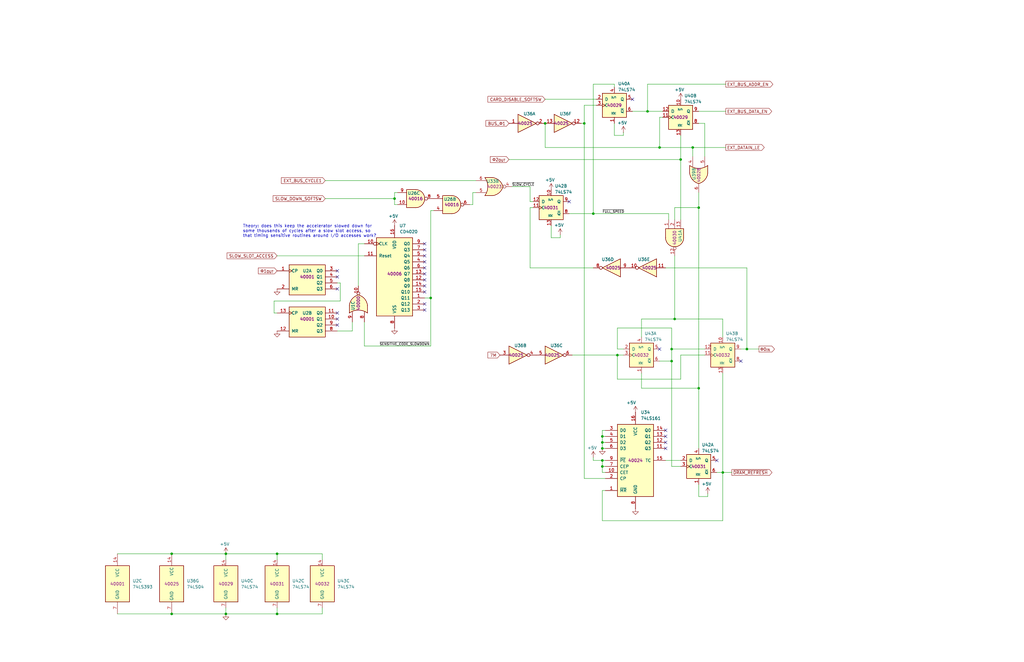
<source format=kicad_sch>
(kicad_sch (version 20231120) (generator "eeschema") (generator_version "8.0")
  (paper "USLedger")
  (title_block (title "Saturn Systems Accelerator II") (date "2025-03-04") (comment 2 "captured by Mark Aikens") (comment 3 "by Saturn Systems") (comment 4 "Accelerator card for Apple II/II+ computers"))
  (lib_symbols
    (symbol "4xxx:4020" (pin_names (offset 1.016))
      (property "Reference" "U" (at -7.62 16.51 0))
      (property "Value" "4020" (at -7.62 -19.05 0))
      (symbol "4020_1_0"
        (pin output line (at 12.7 -10.16 180) (length 5.08) (name "Q11") (number "1"))
        (pin input inverted_clock (at -12.7 12.7 0) (length 5.08) (name "CLK") (number "10"))
        (pin input line (at -12.7 7.62 0) (length 5.08) (name "Reset") (number "11"))
        (pin output line (at 12.7 -2.54 180) (length 5.08) (name "Q8") (number "12"))
        (pin output line (at 12.7 0 180) (length 5.08) (name "Q7") (number "13"))
        (pin output line (at 12.7 -5.08 180) (length 5.08) (name "Q9") (number "14"))
        (pin output line (at 12.7 -7.62 180) (length 5.08) (name "Q10") (number "15"))
        (pin power_in line (at 0 20.32 270) (length 5.08) (name "VDD") (number "16"))
        (pin output line (at 12.7 -12.7 180) (length 5.08) (name "Q12") (number "2"))
        (pin output line (at 12.7 -15.24 180) (length 5.08) (name "Q13") (number "3"))
        (pin output line (at 12.7 5.08 180) (length 5.08) (name "Q5") (number "4"))
        (pin output line (at 12.7 7.62 180) (length 5.08) (name "Q4") (number "5"))
        (pin output line (at 12.7 2.54 180) (length 5.08) (name "Q6") (number "6"))
        (pin output line (at 12.7 10.16 180) (length 5.08) (name "Q3") (number "7"))
        (pin power_in line (at 0 -22.86 90) (length 5.08) (name "VSS") (number "8"))
        (pin output line (at 12.7 12.7 180) (length 5.08) (name "Q0") (number "9"))
      )
    )
    (symbol "74xx:74LS00" (pin_names (offset 1.016))
      (property "Reference" "U" (at 0 1.27 0))
      (property "Value" "74LS00" (at 0 -1.27 0))
      (symbol "74LS00_1_1"
        (pin input line (at -7.62 2.54 0) (length 3.81) (name "~") (number "1"))
        (pin input line (at -7.62 -2.54 0) (length 3.81) (name "~") (number "2"))
        (pin output inverted (at 7.62 0 180) (length 3.81) (name "~") (number "3"))
      )
      (symbol "74LS00_1_2"
        (pin input inverted (at -7.62 2.54 0) (length 4.318) (name "~") (number "1"))
        (pin input inverted (at -7.62 -2.54 0) (length 4.318) (name "~") (number "2"))
        (pin output line (at 7.62 0 180) (length 3.81) (name "~") (number "3"))
      )
      (symbol "74LS00_2_1"
        (pin input line (at -7.62 2.54 0) (length 3.81) (name "~") (number "4"))
        (pin input line (at -7.62 -2.54 0) (length 3.81) (name "~") (number "5"))
        (pin output inverted (at 7.62 0 180) (length 3.81) (name "~") (number "6"))
      )
      (symbol "74LS00_2_2"
        (pin input inverted (at -7.62 2.54 0) (length 4.318) (name "~") (number "4"))
        (pin input inverted (at -7.62 -2.54 0) (length 4.318) (name "~") (number "5"))
        (pin output line (at 7.62 0 180) (length 3.81) (name "~") (number "6"))
      )
      (symbol "74LS00_3_1"
        (pin input line (at -7.62 -2.54 0) (length 3.81) (name "~") (number "10"))
        (pin output inverted (at 7.62 0 180) (length 3.81) (name "~") (number "8"))
        (pin input line (at -7.62 2.54 0) (length 3.81) (name "~") (number "9"))
      )
      (symbol "74LS00_3_2"
        (pin input inverted (at -7.62 -2.54 0) (length 4.318) (name "~") (number "10"))
        (pin output line (at 7.62 0 180) (length 3.81) (name "~") (number "8"))
        (pin input inverted (at -7.62 2.54 0) (length 4.318) (name "~") (number "9"))
      )
      (symbol "74LS00_4_1"
        (pin output inverted (at 7.62 0 180) (length 3.81) (name "~") (number "11"))
        (pin input line (at -7.62 2.54 0) (length 3.81) (name "~") (number "12"))
        (pin input line (at -7.62 -2.54 0) (length 3.81) (name "~") (number "13"))
      )
      (symbol "74LS00_4_2"
        (pin output line (at 7.62 0 180) (length 3.81) (name "~") (number "11"))
        (pin input inverted (at -7.62 2.54 0) (length 4.318) (name "~") (number "12"))
        (pin input inverted (at -7.62 -2.54 0) (length 4.318) (name "~") (number "13"))
      )
      (symbol "74LS00_5_0"
        (pin power_in line (at 0 12.7 270) (length 5.08) (name "VCC") (number "14"))
        (pin power_in line (at 0 -12.7 90) (length 5.08) (name "GND") (number "7"))
      )
    )
    (symbol "74xx:74LS02" (pin_names (offset 1.016))
      (property "Reference" "U" (at 0 1.27 0))
      (property "Value" "74LS02" (at 0 -1.27 0))
      (symbol "74LS02_1_1"
        (pin output inverted (at 7.62 0 180) (length 3.81) (name "~") (number "1"))
        (pin input line (at -7.62 2.54 0) (length 4.318) (name "~") (number "2"))
        (pin input line (at -7.62 -2.54 0) (length 4.318) (name "~") (number "3"))
      )
      (symbol "74LS02_1_2"
        (pin output line (at 7.62 0 180) (length 3.81) (name "~") (number "1"))
        (pin input inverted (at -7.62 2.54 0) (length 3.81) (name "~") (number "2"))
        (pin input inverted (at -7.62 -2.54 0) (length 3.81) (name "~") (number "3"))
      )
      (symbol "74LS02_2_1"
        (pin output inverted (at 7.62 0 180) (length 3.81) (name "~") (number "4"))
        (pin input line (at -7.62 2.54 0) (length 4.318) (name "~") (number "5"))
        (pin input line (at -7.62 -2.54 0) (length 4.318) (name "~") (number "6"))
      )
      (symbol "74LS02_2_2"
        (pin output line (at 7.62 0 180) (length 3.81) (name "~") (number "4"))
        (pin input inverted (at -7.62 2.54 0) (length 3.81) (name "~") (number "5"))
        (pin input inverted (at -7.62 -2.54 0) (length 3.81) (name "~") (number "6"))
      )
      (symbol "74LS02_3_1"
        (pin output inverted (at 7.62 0 180) (length 3.81) (name "~") (number "10"))
        (pin input line (at -7.62 2.54 0) (length 4.318) (name "~") (number "8"))
        (pin input line (at -7.62 -2.54 0) (length 4.318) (name "~") (number "9"))
      )
      (symbol "74LS02_3_2"
        (pin output line (at 7.62 0 180) (length 3.81) (name "~") (number "10"))
        (pin input inverted (at -7.62 2.54 0) (length 3.81) (name "~") (number "8"))
        (pin input inverted (at -7.62 -2.54 0) (length 3.81) (name "~") (number "9"))
      )
      (symbol "74LS02_4_1"
        (pin input line (at -7.62 2.54 0) (length 4.318) (name "~") (number "11"))
        (pin input line (at -7.62 -2.54 0) (length 4.318) (name "~") (number "12"))
        (pin output inverted (at 7.62 0 180) (length 3.81) (name "~") (number "13"))
      )
      (symbol "74LS02_4_2"
        (pin input inverted (at -7.62 2.54 0) (length 3.81) (name "~") (number "11"))
        (pin input inverted (at -7.62 -2.54 0) (length 3.81) (name "~") (number "12"))
        (pin output line (at 7.62 0 180) (length 3.81) (name "~") (number "13"))
      )
      (symbol "74LS02_5_0"
        (pin power_in line (at 0 12.7 270) (length 5.08) (name "VCC") (number "14"))
        (pin power_in line (at 0 -12.7 90) (length 5.08) (name "GND") (number "7"))
      )
    )
    (symbol "74xx:74LS04"
      (property "Reference" "U" (at 0 1.27 0))
      (property "Value" "74LS04" (at 0 -1.27 0))
      (symbol "74LS04_1_0"
        (pin input line (at -7.62 0 0) (length 3.81) (name "~") (number "1"))
        (pin output inverted (at 7.62 0 180) (length 3.81) (name "~") (number "2"))
      )
      (symbol "74LS04_2_0"
        (pin input line (at -7.62 0 0) (length 3.81) (name "~") (number "3"))
        (pin output inverted (at 7.62 0 180) (length 3.81) (name "~") (number "4"))
      )
      (symbol "74LS04_3_0"
        (pin input line (at -7.62 0 0) (length 3.81) (name "~") (number "5"))
        (pin output inverted (at 7.62 0 180) (length 3.81) (name "~") (number "6"))
      )
      (symbol "74LS04_4_0"
        (pin output inverted (at 7.62 0 180) (length 3.81) (name "~") (number "8"))
        (pin input line (at -7.62 0 0) (length 3.81) (name "~") (number "9"))
      )
      (symbol "74LS04_5_0"
        (pin output inverted (at 7.62 0 180) (length 3.81) (name "~") (number "10"))
        (pin input line (at -7.62 0 0) (length 3.81) (name "~") (number "11"))
      )
      (symbol "74LS04_6_0"
        (pin output inverted (at 7.62 0 180) (length 3.81) (name "~") (number "12"))
        (pin input line (at -7.62 0 0) (length 3.81) (name "~") (number "13"))
      )
      (symbol "74LS04_7_0"
        (pin power_in line (at 0 12.7 270) (length 5.08) (name "VCC") (number "14"))
        (pin power_in line (at 0 -12.7 90) (length 5.08) (name "GND") (number "7"))
      )
    )
    (symbol "74xx:74LS10" (pin_names (offset 1.016))
      (property "Reference" "U" (at 0 1.27 0))
      (property "Value" "74LS10" (at 0 -1.27 0))
      (symbol "74LS10_1_1"
        (pin input line (at -7.62 2.54 0) (length 3.81) (name "~") (number "1"))
        (pin output inverted (at 7.62 0 180) (length 3.81) (name "~") (number "12"))
        (pin input line (at -7.62 -2.54 0) (length 3.81) (name "~") (number "13"))
        (pin input line (at -7.62 0 0) (length 3.81) (name "~") (number "2"))
      )
      (symbol "74LS10_1_2"
        (pin input inverted (at -7.62 2.54 0) (length 4.318) (name "~") (number "1"))
        (pin output line (at 7.62 0 180) (length 3.81) (name "~") (number "12"))
        (pin input inverted (at -7.62 -2.54 0) (length 4.318) (name "~") (number "13"))
        (pin input inverted (at -7.62 0 0) (length 4.953) (name "~") (number "2"))
      )
      (symbol "74LS10_2_1"
        (pin input line (at -7.62 2.54 0) (length 3.81) (name "~") (number "3"))
        (pin input line (at -7.62 0 0) (length 3.81) (name "~") (number "4"))
        (pin input line (at -7.62 -2.54 0) (length 3.81) (name "~") (number "5"))
        (pin output inverted (at 7.62 0 180) (length 3.81) (name "~") (number "6"))
      )
      (symbol "74LS10_2_2"
        (pin input inverted (at -7.62 2.54 0) (length 4.318) (name "~") (number "3"))
        (pin input inverted (at -7.62 0 0) (length 4.953) (name "~") (number "4"))
        (pin input inverted (at -7.62 -2.54 0) (length 4.318) (name "~") (number "5"))
        (pin output line (at 7.62 0 180) (length 3.81) (name "~") (number "6"))
      )
      (symbol "74LS10_3_1"
        (pin input line (at -7.62 0 0) (length 3.81) (name "~") (number "10"))
        (pin input line (at -7.62 -2.54 0) (length 3.81) (name "~") (number "11"))
        (pin output inverted (at 7.62 0 180) (length 3.81) (name "~") (number "8"))
        (pin input line (at -7.62 2.54 0) (length 3.81) (name "~") (number "9"))
      )
      (symbol "74LS10_3_2"
        (pin input inverted (at -7.62 0 0) (length 4.953) (name "~") (number "10"))
        (pin input inverted (at -7.62 -2.54 0) (length 4.318) (name "~") (number "11"))
        (pin output line (at 7.62 0 180) (length 3.81) (name "~") (number "8"))
        (pin input inverted (at -7.62 2.54 0) (length 4.318) (name "~") (number "9"))
      )
      (symbol "74LS10_4_0"
        (pin power_in line (at 0 12.7 270) (length 5.08) (name "VCC") (number "14"))
        (pin power_in line (at 0 -12.7 90) (length 5.08) (name "GND") (number "7"))
      )
    )
    (symbol "74xx:74LS161" (pin_names (offset 1.016))
      (property "Reference" "U" (at -7.62 16.51 0))
      (property "Value" "74LS161" (at -7.62 -16.51 0))
      (symbol "74LS161_1_0"
        (pin input line (at -12.7 -12.7 0) (length 5.08) (name "~{MR}") (number "1"))
        (pin input line (at -12.7 -5.08 0) (length 5.08) (name "CET") (number "10"))
        (pin output line (at 12.7 5.08 180) (length 5.08) (name "Q3") (number "11"))
        (pin output line (at 12.7 7.62 180) (length 5.08) (name "Q2") (number "12"))
        (pin output line (at 12.7 10.16 180) (length 5.08) (name "Q1") (number "13"))
        (pin output line (at 12.7 12.7 180) (length 5.08) (name "Q0") (number "14"))
        (pin output line (at 12.7 0 180) (length 5.08) (name "TC") (number "15"))
        (pin power_in line (at 0 20.32 270) (length 5.08) (name "VCC") (number "16"))
        (pin input line (at -12.7 -7.62 0) (length 5.08) (name "CP") (number "2"))
        (pin input line (at -12.7 12.7 0) (length 5.08) (name "D0") (number "3"))
        (pin input line (at -12.7 10.16 0) (length 5.08) (name "D1") (number "4"))
        (pin input line (at -12.7 7.62 0) (length 5.08) (name "D2") (number "5"))
        (pin input line (at -12.7 5.08 0) (length 5.08) (name "D3") (number "6"))
        (pin input line (at -12.7 -2.54 0) (length 5.08) (name "CEP") (number "7"))
        (pin power_in line (at 0 -20.32 90) (length 5.08) (name "GND") (number "8"))
        (pin input line (at -12.7 0 0) (length 5.08) (name "~{PE}") (number "9"))
      )
    )
    (symbol "74xx:74LS32" (pin_names (offset 1.016))
      (property "Reference" "U" (at 0 1.27 0))
      (property "Value" "74LS32" (at 0 -1.27 0))
      (symbol "74LS32_1_1"
        (pin input line (at -7.62 2.54 0) (length 4.318) (name "~") (number "1"))
        (pin input line (at -7.62 -2.54 0) (length 4.318) (name "~") (number "2"))
        (pin output line (at 7.62 0 180) (length 3.81) (name "~") (number "3"))
      )
      (symbol "74LS32_1_2"
        (pin input inverted (at -7.62 2.54 0) (length 3.81) (name "~") (number "1"))
        (pin input inverted (at -7.62 -2.54 0) (length 3.81) (name "~") (number "2"))
        (pin output inverted (at 7.62 0 180) (length 3.81) (name "~") (number "3"))
      )
      (symbol "74LS32_2_1"
        (pin input line (at -7.62 2.54 0) (length 4.318) (name "~") (number "4"))
        (pin input line (at -7.62 -2.54 0) (length 4.318) (name "~") (number "5"))
        (pin output line (at 7.62 0 180) (length 3.81) (name "~") (number "6"))
      )
      (symbol "74LS32_2_2"
        (pin input inverted (at -7.62 2.54 0) (length 3.81) (name "~") (number "4"))
        (pin input inverted (at -7.62 -2.54 0) (length 3.81) (name "~") (number "5"))
        (pin output inverted (at 7.62 0 180) (length 3.81) (name "~") (number "6"))
      )
      (symbol "74LS32_3_1"
        (pin input line (at -7.62 -2.54 0) (length 4.318) (name "~") (number "10"))
        (pin output line (at 7.62 0 180) (length 3.81) (name "~") (number "8"))
        (pin input line (at -7.62 2.54 0) (length 4.318) (name "~") (number "9"))
      )
      (symbol "74LS32_3_2"
        (pin input inverted (at -7.62 -2.54 0) (length 3.81) (name "~") (number "10"))
        (pin output inverted (at 7.62 0 180) (length 3.81) (name "~") (number "8"))
        (pin input inverted (at -7.62 2.54 0) (length 3.81) (name "~") (number "9"))
      )
      (symbol "74LS32_4_1"
        (pin output line (at 7.62 0 180) (length 3.81) (name "~") (number "11"))
        (pin input line (at -7.62 2.54 0) (length 4.318) (name "~") (number "12"))
        (pin input line (at -7.62 -2.54 0) (length 4.318) (name "~") (number "13"))
      )
      (symbol "74LS32_4_2"
        (pin output inverted (at 7.62 0 180) (length 3.81) (name "~") (number "11"))
        (pin input inverted (at -7.62 2.54 0) (length 3.81) (name "~") (number "12"))
        (pin input inverted (at -7.62 -2.54 0) (length 3.81) (name "~") (number "13"))
      )
      (symbol "74LS32_5_0"
        (pin power_in line (at 0 12.7 270) (length 5.08) (name "VCC") (number "14"))
        (pin power_in line (at 0 -12.7 90) (length 5.08) (name "GND") (number "7"))
      )
    )
    (symbol "74xx:74LS393" (pin_names (offset 1.016))
      (property "Reference" "U" (at -7.62 8.89 0))
      (property "Value" "74LS393" (at -7.62 -8.89 0))
      (symbol "74LS393_1_0"
        (pin input clock (at -12.7 2.54 0) (length 5.08) (name "CP") (number "1"))
        (pin input line (at -12.7 -5.08 0) (length 5.08) (name "MR") (number "2"))
        (pin output line (at 12.7 2.54 180) (length 5.08) (name "Q0") (number "3"))
        (pin output line (at 12.7 0 180) (length 5.08) (name "Q1") (number "4"))
        (pin output line (at 12.7 -2.54 180) (length 5.08) (name "Q2") (number "5"))
        (pin output line (at 12.7 -5.08 180) (length 5.08) (name "Q3") (number "6"))
      )
      (symbol "74LS393_2_0"
        (pin output line (at 12.7 0 180) (length 5.08) (name "Q1") (number "10"))
        (pin output line (at 12.7 2.54 180) (length 5.08) (name "Q0") (number "11"))
        (pin input line (at -12.7 -5.08 0) (length 5.08) (name "MR") (number "12"))
        (pin input clock (at -12.7 2.54 0) (length 5.08) (name "CP") (number "13"))
        (pin output line (at 12.7 -5.08 180) (length 5.08) (name "Q3") (number "8"))
        (pin output line (at 12.7 -2.54 180) (length 5.08) (name "Q2") (number "9"))
      )
      (symbol "74LS393_3_0"
        (pin power_in line (at 0 12.7 270) (length 5.08) (name "VCC") (number "14"))
        (pin power_in line (at 0 -12.7 90) (length 5.08) (name "GND") (number "7"))
      )
    )
    (symbol "74xx:74LS74" (pin_names (offset 1.016))
      (property "Reference" "U" (at -7.62 8.89 0))
      (property "Value" "74LS74" (at -7.62 -8.89 0))
      (symbol "74LS74_1_0"
        (pin input line (at 0 -7.62 90) (length 2.54) (name "~{R}") (number "1"))
        (pin input line (at -7.62 2.54 0) (length 2.54) (name "D") (number "2"))
        (pin input clock (at -7.62 0 0) (length 2.54) (name "C") (number "3"))
        (pin input line (at 0 7.62 270) (length 2.54) (name "~{S}") (number "4"))
        (pin output line (at 7.62 2.54 180) (length 2.54) (name "Q") (number "5"))
        (pin output line (at 7.62 -2.54 180) (length 2.54) (name "~{Q}") (number "6"))
      )
      (symbol "74LS74_2_0"
        (pin input line (at 0 7.62 270) (length 2.54) (name "~{S}") (number "10"))
        (pin input clock (at -7.62 0 0) (length 2.54) (name "C") (number "11"))
        (pin input line (at -7.62 2.54 0) (length 2.54) (name "D") (number "12"))
        (pin input line (at 0 -7.62 90) (length 2.54) (name "~{R}") (number "13"))
        (pin output line (at 7.62 -2.54 180) (length 2.54) (name "~{Q}") (number "8"))
        (pin output line (at 7.62 2.54 180) (length 2.54) (name "Q") (number "9"))
      )
      (symbol "74LS74_3_0"
        (pin power_in line (at 0 10.16 270) (length 2.54) (name "VCC") (number "14"))
        (pin power_in line (at 0 -10.16 90) (length 2.54) (name "GND") (number "7"))
      )
    )
    (symbol "power:+5V" (power) (pin_numbers hide) (pin_names (offset 0) hide)
      (property "Value" "+5V" (at 0 3.556 0))
      (symbol "+5V_1_1"
        (pin power_in line (at 0 0 90) (length 0) (name "~") (number "1"))
      )
    )
    (symbol "power:GND" (power) (pin_numbers hide) (pin_names (offset 0) hide)
      (property "Value" "GND" (at 0 -3.81 0))
      (symbol "GND_1_1"
        (pin power_in line (at 0 0 270) (length 0) (name "~") (number "1"))
      )
    )
  )
  (junction (at 294.64 163.83))
  (junction (at 287.02 67.31))
  (junction (at 260.35 149.86))
  (junction (at 278.13 62.23))
  (junction (at 72.39 233.68))
  (junction (at 181.61 125.73))
  (junction (at 273.05 46.99))
  (junction (at 284.48 134.62))
  (junction (at 95.25 259.08))
  (junction (at 166.37 83.82))
  (junction (at 283.21 147.32))
  (junction (at 254 194.31))
  (junction (at 254 186.69))
  (junction (at 304.8 199.39))
  (junction (at 116.84 233.68))
  (junction (at 116.84 259.08))
  (junction (at 254 196.85))
  (junction (at 292.1 62.23))
  (junction (at 95.25 233.68))
  (junction (at 250.19 90.17))
  (junction (at 246.38 52.07))
  (junction (at 254 189.23))
  (junction (at 229.87 52.07))
  (junction (at 314.96 147.32))
  (junction (at 283.21 152.4))
  (junction (at 72.39 259.08))
  (junction (at 294.64 87.63))
  (junction (at 254 184.15))
  (no_connect (at 179.07 130.81))
  (no_connect (at 179.07 110.49))
  (no_connect (at 240.03 85.09))
  (no_connect (at 142.24 134.62))
  (no_connect (at 280.67 181.61))
  (no_connect (at 280.67 189.23))
  (no_connect (at 179.07 107.95))
  (no_connect (at 179.07 118.11))
  (no_connect (at 179.07 105.41))
  (no_connect (at 179.07 120.65))
  (no_connect (at 142.24 116.84))
  (no_connect (at 302.26 194.31))
  (no_connect (at 142.24 121.92))
  (no_connect (at 142.24 132.08))
  (no_connect (at 280.67 186.69))
  (no_connect (at 179.07 102.87))
  (no_connect (at 266.7 41.91))
  (no_connect (at 179.07 128.27))
  (no_connect (at 278.13 147.32))
  (no_connect (at 312.42 152.4))
  (no_connect (at 142.24 137.16))
  (no_connect (at 179.07 123.19))
  (no_connect (at 179.07 113.03))
  (no_connect (at 142.24 114.3))
  (no_connect (at 280.67 184.15))
  (no_connect (at 179.07 115.57))
  (wire (pts (xy 250.19 193.04) (xy 250.19 194.31)))
  (wire (pts (xy 294.64 81.28) (xy 294.64 87.63)))
  (wire (pts (xy 236.22 99.06) (xy 236.22 100.33)))
  (wire (pts (xy 260.35 149.86) (xy 262.89 149.86)))
  (wire (pts (xy 241.3 149.86) (xy 260.35 149.86)))
  (wire (pts (xy 116.84 233.68) (xy 135.89 233.68)))
  (wire (pts (xy 287.02 160.02) (xy 260.35 160.02)))
  (wire (pts (xy 304.8 157.48) (xy 304.8 199.39)))
  (wire (pts (xy 143.51 127) (xy 115.57 127)))
  (wire (pts (xy 232.41 100.33) (xy 232.41 95.25)))
  (wire (pts (xy 260.35 147.32) (xy 262.89 147.32)))
  (wire (pts (xy 95.25 233.68) (xy 116.84 233.68)))
  (wire (pts (xy 229.87 41.91) (xy 251.46 41.91)))
  (wire (pts (xy 95.25 233.68) (xy 95.25 236.22)))
  (wire (pts (xy 270.51 134.62) (xy 284.48 134.62)))
  (wire (pts (xy 283.21 152.4) (xy 283.21 196.85)))
  (wire (pts (xy 273.05 46.99) (xy 279.4 46.99)))
  (wire (pts (xy 254 184.15) (xy 254 181.61)))
  (wire (pts (xy 229.87 62.23) (xy 278.13 62.23)))
  (wire (pts (xy 283.21 147.32) (xy 283.21 138.43)))
  (wire (pts (xy 166.37 81.28) (xy 166.37 83.82)))
  (wire (pts (xy 287.02 57.15) (xy 287.02 67.31)))
  (wire (pts (xy 254 189.23) (xy 254 186.69)))
  (wire (pts (xy 137.16 76.2) (xy 200.66 76.2)))
  (wire (pts (xy 283.21 147.32) (xy 297.18 147.32)))
  (wire (pts (xy 278.13 49.53) (xy 279.4 49.53)))
  (wire (pts (xy 229.87 52.07) (xy 229.87 62.23)))
  (wire (pts (xy 254 186.69) (xy 255.27 186.69)))
  (wire (pts (xy 148.59 135.89) (xy 148.59 139.7)))
  (wire (pts (xy 151.13 120.65) (xy 151.13 102.87)))
  (wire (pts (xy 115.57 132.08) (xy 116.84 132.08)))
  (wire (pts (xy 287.02 149.86) (xy 297.18 149.86)))
  (wire (pts (xy 255.27 199.39) (xy 254 199.39)))
  (wire (pts (xy 280.67 113.03) (xy 314.96 113.03)))
  (wire (pts (xy 95.25 259.08) (xy 116.84 259.08)))
  (wire (pts (xy 304.8 199.39) (xy 304.8 219.71)))
  (wire (pts (xy 283.21 196.85) (xy 287.02 196.85)))
  (wire (pts (xy 278.13 62.23) (xy 278.13 49.53)))
  (wire (pts (xy 223.52 78.74) (xy 223.52 85.09)))
  (wire (pts (xy 236.22 100.33) (xy 232.41 100.33)))
  (wire (pts (xy 166.37 83.82) (xy 166.37 86.36)))
  (wire (pts (xy 250.19 194.31) (xy 254 194.31)))
  (wire (pts (xy 181.61 125.73) (xy 181.61 146.05)))
  (wire (pts (xy 246.38 201.93) (xy 255.27 201.93)))
  (wire (pts (xy 262.89 57.15) (xy 262.89 55.88)))
  (wire (pts (xy 116.84 259.08) (xy 135.89 259.08)))
  (wire (pts (xy 266.7 46.99) (xy 273.05 46.99)))
  (wire (pts (xy 240.03 90.17) (xy 250.19 90.17)))
  (wire (pts (xy 260.35 138.43) (xy 260.35 147.32)))
  (wire (pts (xy 246.38 52.07) (xy 246.38 201.93)))
  (wire (pts (xy 254 181.61) (xy 255.27 181.61)))
  (wire (pts (xy 254 194.31) (xy 255.27 194.31)))
  (wire (pts (xy 181.61 146.05) (xy 153.67 146.05)))
  (wire (pts (xy 298.45 208.28) (xy 298.45 209.55)))
  (wire (pts (xy 181.61 88.9) (xy 182.88 88.9)))
  (wire (pts (xy 250.19 35.56) (xy 250.19 90.17)))
  (wire (pts (xy 95.25 256.54) (xy 95.25 259.08)))
  (wire (pts (xy 49.53 259.08) (xy 72.39 259.08)))
  (wire (pts (xy 281.94 90.17) (xy 281.94 92.71)))
  (wire (pts (xy 262.89 57.15) (xy 259.08 57.15)))
  (wire (pts (xy 250.19 35.56) (xy 259.08 35.56)))
  (wire (pts (xy 148.59 139.7) (xy 142.24 139.7)))
  (wire (pts (xy 151.13 102.87) (xy 153.67 102.87)))
  (wire (pts (xy 287.02 67.31) (xy 287.02 92.71)))
  (wire (pts (xy 137.16 83.82) (xy 166.37 83.82)))
  (wire (pts (xy 223.52 87.63) (xy 223.52 113.03)))
  (wire (pts (xy 273.05 35.56) (xy 273.05 46.99)))
  (wire (pts (xy 214.63 67.31) (xy 287.02 67.31)))
  (wire (pts (xy 270.51 157.48) (xy 270.51 163.83)))
  (wire (pts (xy 72.39 233.68) (xy 95.25 233.68)))
  (wire (pts (xy 278.13 62.23) (xy 292.1 62.23)))
  (wire (pts (xy 254 184.15) (xy 255.27 184.15)))
  (wire (pts (xy 254 207.01) (xy 255.27 207.01)))
  (wire (pts (xy 302.26 199.39) (xy 304.8 199.39)))
  (wire (pts (xy 292.1 62.23) (xy 292.1 66.04)))
  (wire (pts (xy 284.48 87.63) (xy 294.64 87.63)))
  (wire (pts (xy 181.61 125.73) (xy 179.07 125.73)))
  (wire (pts (xy 199.39 86.36) (xy 198.12 86.36)))
  (wire (pts (xy 304.8 134.62) (xy 304.8 142.24)))
  (wire (pts (xy 223.52 87.63) (xy 224.79 87.63)))
  (wire (pts (xy 294.64 204.47) (xy 294.64 209.55)))
  (wire (pts (xy 314.96 113.03) (xy 314.96 147.32)))
  (wire (pts (xy 72.39 259.08) (xy 95.25 259.08)))
  (wire (pts (xy 312.42 147.32) (xy 314.96 147.32)))
  (wire (pts (xy 115.57 127) (xy 115.57 132.08)))
  (wire (pts (xy 314.96 147.32) (xy 320.04 147.32)))
  (wire (pts (xy 199.39 81.28) (xy 200.66 81.28)))
  (wire (pts (xy 254 196.85) (xy 254 194.31)))
  (wire (pts (xy 294.64 87.63) (xy 294.64 163.83)))
  (wire (pts (xy 259.08 57.15) (xy 259.08 52.07)))
  (wire (pts (xy 135.89 259.08) (xy 135.89 256.54)))
  (wire (pts (xy 260.35 160.02) (xy 260.35 149.86)))
  (wire (pts (xy 283.21 138.43) (xy 260.35 138.43)))
  (wire (pts (xy 116.84 256.54) (xy 116.84 259.08)))
  (wire (pts (xy 153.67 135.89) (xy 153.67 146.05)))
  (wire (pts (xy 284.48 107.95) (xy 284.48 134.62)))
  (wire (pts (xy 254 186.69) (xy 254 184.15)))
  (wire (pts (xy 294.64 163.83) (xy 294.64 189.23)))
  (wire (pts (xy 245.11 52.07) (xy 246.38 52.07)))
  (wire (pts (xy 259.08 35.56) (xy 259.08 36.83)))
  (wire (pts (xy 116.84 233.68) (xy 116.84 236.22)))
  (wire (pts (xy 166.37 86.36) (xy 167.64 86.36)))
  (wire (pts (xy 298.45 209.55) (xy 294.64 209.55)))
  (wire (pts (xy 223.52 85.09) (xy 224.79 85.09)))
  (wire (pts (xy 199.39 81.28) (xy 199.39 86.36)))
  (wire (pts (xy 254 219.71) (xy 254 207.01)))
  (wire (pts (xy 181.61 88.9) (xy 181.61 125.73)))
  (wire (pts (xy 254 196.85) (xy 255.27 196.85)))
  (wire (pts (xy 283.21 147.32) (xy 283.21 152.4)))
  (wire (pts (xy 254 199.39) (xy 254 196.85)))
  (wire (pts (xy 294.64 46.99) (xy 306.07 46.99)))
  (wire (pts (xy 280.67 194.31) (xy 287.02 194.31)))
  (wire (pts (xy 292.1 62.23) (xy 306.07 62.23)))
  (wire (pts (xy 273.05 35.56) (xy 306.07 35.56)))
  (wire (pts (xy 166.37 81.28) (xy 167.64 81.28)))
  (wire (pts (xy 270.51 134.62) (xy 270.51 142.24)))
  (wire (pts (xy 49.53 233.68) (xy 72.39 233.68)))
  (wire (pts (xy 142.24 119.38) (xy 143.51 119.38)))
  (wire (pts (xy 246.38 44.45) (xy 251.46 44.45)))
  (wire (pts (xy 297.18 66.04) (xy 297.18 52.07)))
  (wire (pts (xy 278.13 152.4) (xy 283.21 152.4)))
  (wire (pts (xy 304.8 134.62) (xy 284.48 134.62)))
  (wire (pts (xy 284.48 87.63) (xy 284.48 92.71)))
  (wire (pts (xy 215.9 78.74) (xy 223.52 78.74)))
  (wire (pts (xy 270.51 163.83) (xy 294.64 163.83)))
  (wire (pts (xy 250.19 90.17) (xy 281.94 90.17)))
  (wire (pts (xy 304.8 199.39) (xy 308.61 199.39)))
  (wire (pts (xy 287.02 149.86) (xy 287.02 160.02)))
  (wire (pts (xy 294.64 52.07) (xy 297.18 52.07)))
  (wire (pts (xy 254 219.71) (xy 304.8 219.71)))
  (wire (pts (xy 143.51 119.38) (xy 143.51 127)))
  (wire (pts (xy 254 189.23) (xy 255.27 189.23)))
  (wire (pts (xy 116.84 107.95) (xy 153.67 107.95)))
  (wire (pts (xy 223.52 113.03) (xy 250.19 113.03)))
  (wire (pts (xy 246.38 52.07) (xy 246.38 44.45)))
  (wire (pts (xy 135.89 233.68) (xy 135.89 236.22)))
  (text "Theory: does this keep the accelerator slowed down for\nsome thousands of cycles after a slow slot access, so\nthat timing sensitive routines around I/O accesses work?" (at 102.362 97.536 0) (effects (font (size 1.27 1.27)) (justify left)))
  (label "~{FULL_SPEED}" (at 254 90.17 0) (effects (font (size 1 1))))
  (label "~{SLOW_CYCLE}" (at 215.9 78.74 0) (effects (font (size 1 1))))
  (label "~{SENSITIVE_CODE_SLOWDOWN}" (at 160.02 146.05 0) (effects (font (size 1 1))))
  (global_label "Φ2_{OUT}" (shape input) (at 214.63 67.31 180) (property "Intersheetrefs" "${INTERSHEET_REFS}" (effects (hide yes))))
  (global_label "7M" (shape input) (at 210.82 149.86 180) (property "Intersheetrefs" "${INTERSHEET_REFS}" (effects (hide yes))))
  (global_label "EXT_DATAIN_LE" (shape output) (at 306.07 62.23 0) (property "Intersheetrefs" "${INTERSHEET_REFS}" (effects (hide yes))))
  (global_label "SLOW_SLOT_ACCESS" (shape input) (at 116.84 107.95 180) (property "Intersheetrefs" "${INTERSHEET_REFS}" (effects (hide yes))))
  (global_label "Φ0_{IN}" (shape output) (at 320.04 147.32 0) (property "Intersheetrefs" "${INTERSHEET_REFS}" (effects (hide yes))))
  (global_label "EXT_BUS_DATA_EN" (shape output) (at 306.07 46.99 0) (property "Intersheetrefs" "${INTERSHEET_REFS}" (effects (hide yes))))
  (global_label "BUS_Φ1" (shape input) (at 214.63 52.07 180) (property "Intersheetrefs" "${INTERSHEET_REFS}" (effects (hide yes))))
  (global_label "Φ1_{OUT}" (shape input) (at 116.84 114.3 180) (property "Intersheetrefs" "${INTERSHEET_REFS}" (effects (hide yes))))
  (global_label "~{DRAM_REFRESH}" (shape output) (at 308.61 199.39 0) (property "Intersheetrefs" "${INTERSHEET_REFS}" (effects (hide yes))))
  (global_label "CARD_DISABLE_SOFTSW" (shape input) (at 229.87 41.91 180) (property "Intersheetrefs" "${INTERSHEET_REFS}" (effects (hide yes))))
  (global_label "SLOW_DOWN_SOFTSW" (shape input) (at 137.16 83.82 180) (property "Intersheetrefs" "${INTERSHEET_REFS}" (effects (hide yes))))
  (global_label "EXT_BUS_CYCLE1" (shape input) (at 137.16 76.2 180) (property "Intersheetrefs" "${INTERSHEET_REFS}" (effects (hide yes))))
  (global_label "EXT_BUS_ADDR_EN" (shape output) (at 306.07 35.56 0) (property "Intersheetrefs" "${INTERSHEET_REFS}" (effects (hide yes))))
  (symbol (lib_id "power:GND") (at 166.37 138.43 0) (unit 1)
    (property "Reference" "#PWR027" (effects (hide yes)))
    (property "Value" "GND" (effects (hide yes)))
    (property "Description" "Power symbol creates a global label with name \"GND\" , ground" (effects (hide yes)))
  )
  (symbol (lib_id "4xxx:4020") (at 166.37 115.57 0) (unit 1)
    (property "Reference" "U7" (at 168.402 95.25 0) (effects (justify left)))
    (property "Value" "CD4020" (at 168.5641 97.79 0) (effects (justify left)))
    (property "Datasheet" "http://www.intersil.com/content/dam/Intersil/documents/cd40/cd4020bms-24bms-40bms.pdf" (effects (hide yes)))
    (property "Description" "Binary counter 14 stages (asynchronous)" (effects (hide yes)))
    (property "ID" "40006" (at 166.37 115.57 0))
  )
  (symbol (lib_id "power:GND") (at 95.25 259.08 0) (unit 1)
    (property "Reference" "#PWR010" (effects (hide yes)))
    (property "Value" "GND" (effects (hide yes)))
    (property "Description" "Power symbol creates a global label with name \"GND\" , ground" (effects (hide yes)))
  )
  (symbol (lib_id "74xx:74LS04") (at 72.39 246.38 0) (unit 7)
    (property "Reference" "U36" (at 78.74 245.1099 0) (effects (justify left)))
    (property "Value" "74LS04" (at 78.74 247.6499 0) (effects (justify left)))
    (property "Datasheet" "http://www.ti.com/lit/gpn/sn74LS04" (effects (hide yes)))
    (property "Description" "Hex Inverter" (effects (hide yes)))
    (property "ID" "40025" (at 72.39 246.38 0))
  )
  (symbol (lib_id "74xx:74LS04") (at 257.81 113.03 180) (unit 4)
    (property "Reference" "U36" (at 256.286 109.474 0))
    (property "Value" "74LS04" (effects (hide yes)))
    (property "Datasheet" "http://www.ti.com/lit/gpn/sn74LS04" (effects (hide yes)))
    (property "Description" "Hex Inverter" (effects (hide yes)))
    (property "ID" "40025" (at 258.572 113.03 0))
  )
  (symbol (lib_id "74xx:74LS74") (at 232.41 87.63 0) (unit 2)
    (property "Reference" "U42" (at 233.934 78.486 0) (effects (justify left)))
    (property "Value" "74LS74" (at 233.934 81.026 0) (effects (justify left)))
    (property "Datasheet" "74xx/74hc_hct74.pdf" (effects (hide yes)))
    (property "Description" "Dual D Flip-flop, Set & Reset" (effects (hide yes)))
    (property "Label" "40031" (at 232.41 87.63 0))
  )
  (symbol (lib_id "74xx:74LS74") (at 135.89 246.38 0) (unit 3)
    (property "Reference" "U43" (at 142.24 245.1099 0) (effects (justify left)))
    (property "Value" "74LS74" (at 142.24 247.6499 0) (effects (justify left)))
    (property "Datasheet" "74xx/74hc_hct74.pdf" (effects (hide yes)))
    (property "Description" "Dual D Flip-flop, Set & Reset" (effects (hide yes)))
    (property "Label" "40032" (at 135.89 246.38 0))
  )
  (symbol (lib_id "74xx:74LS04") (at 237.49 52.07 0) (unit 6)
    (property "Reference" "U36" (at 238.506 48.006 0))
    (property "Value" "74LS04" (effects (hide yes)))
    (property "Datasheet" "http://www.ti.com/lit/gpn/sn74LS04" (effects (hide yes)))
    (property "Description" "Hex Inverter" (effects (hide yes)))
    (property "ID" "40025" (at 236.728 52.07 0))
  )
  (symbol (lib_id "74xx:74LS74") (at 95.25 246.38 0) (unit 3)
    (property "Reference" "U40" (at 101.6 245.1099 0) (effects (justify left)))
    (property "Value" "74LS74" (at 101.6 247.6499 0) (effects (justify left)))
    (property "Datasheet" "74xx/74hc_hct74.pdf" (effects (hide yes)))
    (property "Description" "Dual D Flip-flop, Set & Reset" (effects (hide yes)))
    (property "Label" "40029" (at 95.25 246.38 0))
  )
  (symbol (lib_id "74xx:74LS74") (at 270.51 149.86 0) (unit 1)
    (property "Reference" "U43" (at 271.78 140.716 0) (effects (justify left)))
    (property "Value" "74LS74" (at 271.78 143.256 0) (effects (justify left)))
    (property "Datasheet" "74xx/74hc_hct74.pdf" (effects (hide yes)))
    (property "Description" "Dual D Flip-flop, Set & Reset" (effects (hide yes)))
    (property "Label" "40032" (at 270.51 149.86 0))
  )
  (symbol (lib_id "power:+5V") (at 250.19 193.04 0) (unit 1)
    (property "Reference" "#PWR043" (effects (hide yes)))
    (property "Value" "+5V" (at 249.682 188.976 0))
    (property "Description" "Power symbol creates a global label with name \"+5V\"" (effects (hide yes)))
  )
  (symbol (lib_id "power:+5V") (at 95.25 233.68 0) (unit 1)
    (property "Reference" "#PWR09" (effects (hide yes)))
    (property "Value" "+5V" (at 94.742 229.616 0))
    (property "Description" "Power symbol creates a global label with name \"+5V\"" (effects (hide yes)))
  )
  (symbol (lib_id "74xx:74LS393") (at 129.54 116.84 0) (unit 1)
    (property "Reference" "U2" (at 129.54 114.3 0))
    (property "Value" "74LS393" (effects (hide yes)))
    (property "Datasheet" "74xx\\74LS393.pdf" (effects (hide yes)))
    (property "Description" "Dual BCD 4-bit counter" (effects (hide yes)))
    (property "Label" "40001" (at 129.54 116.84 0))
  )
  (symbol (lib_id "power:GND") (at 267.97 214.63 0) (unit 1)
    (property "Reference" "#PWR059" (effects (hide yes)))
    (property "Value" "GND" (effects (hide yes)))
    (property "Description" "Power symbol creates a global label with name \"GND\" , ground" (effects (hide yes)))
  )
  (symbol (lib_id "74xx:74LS74") (at 287.02 49.53 0) (unit 2)
    (property "Reference" "U40" (at 288.544 40.386 0) (effects (justify left)))
    (property "Value" "74LS74" (at 288.544 42.926 0) (effects (justify left)))
    (property "Datasheet" "74xx/74hc_hct74.pdf" (effects (hide yes)))
    (property "Description" "Dual D Flip-flop, Set & Reset" (effects (hide yes)))
    (property "Label" "40029" (at 287.02 49.53 0))
  )
  (symbol (lib_id "74xx:74LS00") (at 175.26 83.82 0) (unit 3)
    (property "Reference" "U26" (at 174.498 81.534 0))
    (property "Value" "74LS00" (effects (hide yes)))
    (property "Datasheet" "http://www.ti.com/lit/gpn/sn74ls00" (effects (hide yes)))
    (property "Description" "quad 2-input NAND gate" (effects (hide yes)))
    (property "Label" "40016" (at 175.26 83.82 0))
  )
  (symbol (lib_id "power:GND") (at 116.84 139.7 0) (unit 1)
    (property "Reference" "#PWR024" (effects (hide yes)))
    (property "Value" "GND" (effects (hide yes)))
    (property "Description" "Power symbol creates a global label with name \"GND\" , ground" (effects (hide yes)))
  )
  (symbol (lib_id "74xx:74LS32") (at 294.64 73.66 90) (mirror x) (unit 2)
    (property "Reference" "U39" (at 292.608 73.406 0))
    (property "Value" "74LS32" (effects (hide yes)))
    (property "Datasheet" "http://www.ti.com/lit/gpn/sn74LS32" (effects (hide yes)))
    (property "Description" "Quad 2-input OR" (effects (hide yes)))
    (property "Label" "40028" (at 294.64 73.914 0))
  )
  (symbol (lib_id "74xx:74LS74") (at 294.64 196.85 0) (unit 1)
    (property "Reference" "U42" (at 295.91 187.706 0) (effects (justify left)))
    (property "Value" "74LS74" (at 295.91 190.246 0) (effects (justify left)))
    (property "Datasheet" "74xx/74hc_hct74.pdf" (effects (hide yes)))
    (property "Description" "Dual D Flip-flop, Set & Reset" (effects (hide yes)))
    (property "Label" "40031" (at 294.64 196.85 0))
  )
  (symbol (lib_id "74xx:74LS02") (at 151.13 128.27 270) (mirror x) (unit 3)
    (property "Reference" "U1" (at 148.844 129.032 0))
    (property "Value" "74LS02" (effects (hide yes)))
    (property "Datasheet" "http://www.ti.com/lit/gpn/sn74ls02" (effects (hide yes)))
    (property "Description" "quad 2-input NOR gate" (effects (hide yes)))
    (property "Label" "40000" (at 151.13 128.016 0))
  )
  (symbol (lib_id "power:+5V") (at 232.41 80.01 0) (unit 1)
    (property "Reference" "#PWR034" (effects (hide yes)))
    (property "Value" "+5V" (at 231.902 75.946 0))
    (property "Description" "Power symbol creates a global label with name \"+5V\"" (effects (hide yes)))
  )
  (symbol (lib_id "power:+5V") (at 267.97 173.99 0) (unit 1)
    (property "Reference" "#PWR058" (effects (hide yes)))
    (property "Value" "+5V" (at 266.192 169.926 0))
    (property "Description" "Power symbol creates a global label with name \"+5V\"" (effects (hide yes)))
  )
  (symbol (lib_id "power:+5V") (at 298.45 208.28 0) (unit 1)
    (property "Reference" "#PWR080" (effects (hide yes)))
    (property "Value" "+5V" (at 297.942 204.216 0))
    (property "Description" "Power symbol creates a global label with name \"+5V\"" (effects (hide yes)))
  )
  (symbol (lib_id "power:+5V") (at 166.37 95.25 0) (unit 1)
    (property "Reference" "#PWR026" (effects (hide yes)))
    (property "Value" "+5V" (at 165.862 91.186 0))
    (property "Description" "Power symbol creates a global label with name \"+5V\"" (effects (hide yes)))
  )
  (symbol (lib_id "74xx:74LS00") (at 190.5 86.36 0) (mirror x) (unit 2)
    (property "Reference" "U26" (at 189.738 84.074 0))
    (property "Value" "74LS00" (effects (hide yes)))
    (property "Datasheet" "http://www.ti.com/lit/gpn/sn74ls00" (effects (hide yes)))
    (property "Description" "quad 2-input NAND gate" (effects (hide yes)))
    (property "Label" "40016" (at 190.5 86.36 0))
  )
  (symbol (lib_id "power:GND") (at 254 189.23 0) (unit 1)
    (property "Reference" "#PWR046" (effects (hide yes)))
    (property "Value" "GND" (effects (hide yes)))
    (property "Description" "Power symbol creates a global label with name \"GND\" , ground" (effects (hide yes)))
  )
  (symbol (lib_id "74xx:74LS04") (at 233.68 149.86 0) (unit 3)
    (property "Reference" "U36" (at 234.696 145.796 0))
    (property "Value" "74LS04" (effects (hide yes)))
    (property "Datasheet" "http://www.ti.com/lit/gpn/sn74LS04" (effects (hide yes)))
    (property "Description" "Hex Inverter" (effects (hide yes)))
    (property "ID" "40025" (at 232.918 149.86 0))
  )
  (symbol (lib_id "74xx:74LS393") (at 129.54 134.62 0) (unit 2)
    (property "Reference" "U2" (at 129.54 132.08 0))
    (property "Value" "74LS393" (effects (hide yes)))
    (property "Datasheet" "74xx\\74LS393.pdf" (effects (hide yes)))
    (property "Description" "Dual BCD 4-bit counter" (effects (hide yes)))
    (property "Label" "40001" (at 129.54 134.62 0))
  )
  (symbol (lib_id "74xx:74LS161") (at 267.97 194.31 0) (unit 1)
    (property "Reference" "U34" (at 270.1641 173.99 0) (effects (justify left)))
    (property "Value" "74LS161" (at 270.1641 176.53 0) (effects (justify left)))
    (property "Datasheet" "http://www.ti.com/lit/gpn/sn74LS161" (effects (hide yes)))
    (property "Description" "Synchronous 4-bit programmable binary Counter" (effects (hide yes)))
    (property "ID" "40024" (at 267.97 194.31 0))
  )
  (symbol (lib_id "74xx:74LS74") (at 304.8 149.86 0) (unit 2)
    (property "Reference" "U43" (at 306.07 140.716 0) (effects (justify left)))
    (property "Value" "74LS74" (at 306.07 143.256 0) (effects (justify left)))
    (property "Datasheet" "74xx/74hc_hct74.pdf" (effects (hide yes)))
    (property "Description" "Dual D Flip-flop, Set & Reset" (effects (hide yes)))
    (property "Label" "40032" (at 304.8 149.86 0))
  )
  (symbol (lib_id "74xx:74LS10") (at 284.48 100.33 90) (mirror x) (unit 1)
    (property "Reference" "U41" (at 286.766 99.568 0))
    (property "Value" "74LS10" (effects (hide yes)))
    (property "Datasheet" "http://www.ti.com/lit/gpn/sn74LS10" (effects (hide yes)))
    (property "Description" "Triple 3-input NAND" (effects (hide yes)))
    (property "ID" "40030" (at 284.48 100.33 0))
  )
  (symbol (lib_id "74xx:74LS04") (at 218.44 149.86 0) (unit 2)
    (property "Reference" "U36" (at 219.456 145.796 0))
    (property "Value" "74LS04" (effects (hide yes)))
    (property "Datasheet" "http://www.ti.com/lit/gpn/sn74LS04" (effects (hide yes)))
    (property "Description" "Hex Inverter" (effects (hide yes)))
    (property "ID" "40025" (at 217.678 149.86 0))
  )
  (symbol (lib_id "power:GND") (at 116.84 121.92 0) (unit 1)
    (property "Reference" "#PWR011" (effects (hide yes)))
    (property "Value" "GND" (effects (hide yes)))
    (property "Description" "Power symbol creates a global label with name \"GND\" , ground" (effects (hide yes)))
  )
  (symbol (lib_id "74xx:74LS74") (at 116.84 246.38 0) (unit 3)
    (property "Reference" "U42" (at 123.19 245.1099 0) (effects (justify left)))
    (property "Value" "74LS74" (at 123.19 247.6499 0) (effects (justify left)))
    (property "Datasheet" "74xx/74hc_hct74.pdf" (effects (hide yes)))
    (property "Description" "Dual D Flip-flop, Set & Reset" (effects (hide yes)))
    (property "Label" "40031" (at 116.84 246.38 0))
  )
  (symbol (lib_id "power:+5V") (at 236.22 99.06 0) (unit 1)
    (property "Reference" "#PWR042" (effects (hide yes)))
    (property "Value" "+5V" (at 235.712 94.996 0))
    (property "Description" "Power symbol creates a global label with name \"+5V\"" (effects (hide yes)))
  )
  (symbol (lib_id "power:+5V") (at 287.02 41.91 0) (unit 1)
    (property "Reference" "#PWR077" (effects (hide yes)))
    (property "Value" "+5V" (at 286.512 37.846 0))
    (property "Description" "Power symbol creates a global label with name \"+5V\"" (effects (hide yes)))
  )
  (symbol (lib_id "74xx:74LS02") (at 208.28 78.74 0) (mirror x) (unit 2)
    (property "Reference" "U33" (at 207.772 76.454 0))
    (property "Value" "74LS02" (effects (hide yes)))
    (property "Datasheet" "http://www.ti.com/lit/gpn/sn74ls02" (effects (hide yes)))
    (property "Description" "quad 2-input NOR gate" (effects (hide yes)))
    (property "Label" "40023" (at 208.534 78.74 0))
  )
  (symbol (lib_id "power:+5V") (at 262.89 55.88 0) (unit 1)
    (property "Reference" "#PWR047" (effects (hide yes)))
    (property "Value" "+5V" (at 262.382 51.816 0))
    (property "Description" "Power symbol creates a global label with name \"+5V\"" (effects (hide yes)))
  )
  (symbol (lib_id "74xx:74LS04") (at 273.05 113.03 180) (unit 5)
    (property "Reference" "U36" (at 271.526 109.474 0))
    (property "Value" "74LS04" (effects (hide yes)))
    (property "Datasheet" "http://www.ti.com/lit/gpn/sn74LS04" (effects (hide yes)))
    (property "Description" "Hex Inverter" (effects (hide yes)))
    (property "ID" "40025" (at 273.812 113.03 0))
  )
  (symbol (lib_id "74xx:74LS393") (at 49.53 246.38 0) (unit 3)
    (property "Reference" "U2" (at 55.88 245.1099 0) (effects (justify left)))
    (property "Value" "74LS393" (at 55.88 247.6499 0) (effects (justify left)))
    (property "Datasheet" "74xx\\74LS393.pdf" (effects (hide yes)))
    (property "Description" "Dual BCD 4-bit counter" (effects (hide yes)))
    (property "Label" "40001" (at 49.53 246.38 0))
  )
  (symbol (lib_id "74xx:74LS04") (at 222.25 52.07 0) (unit 1)
    (property "Reference" "U36" (at 223.266 48.006 0))
    (property "Value" "74LS04" (effects (hide yes)))
    (property "Datasheet" "http://www.ti.com/lit/gpn/sn74LS04" (effects (hide yes)))
    (property "Description" "Hex Inverter" (effects (hide yes)))
    (property "ID" "40025" (at 221.488 52.07 0))
  )
  (symbol (lib_id "74xx:74LS74") (at 259.08 44.45 0) (unit 1)
    (property "Reference" "U40" (at 260.604 35.306 0) (effects (justify left)))
    (property "Value" "74LS74" (at 260.604 37.846 0) (effects (justify left)))
    (property "Datasheet" "74xx/74hc_hct74.pdf" (effects (hide yes)))
    (property "Description" "Dual D Flip-flop, Set & Reset" (effects (hide yes)))
    (property "Label" "40029" (at 259.08 44.45 0))
  )
)
</source>
